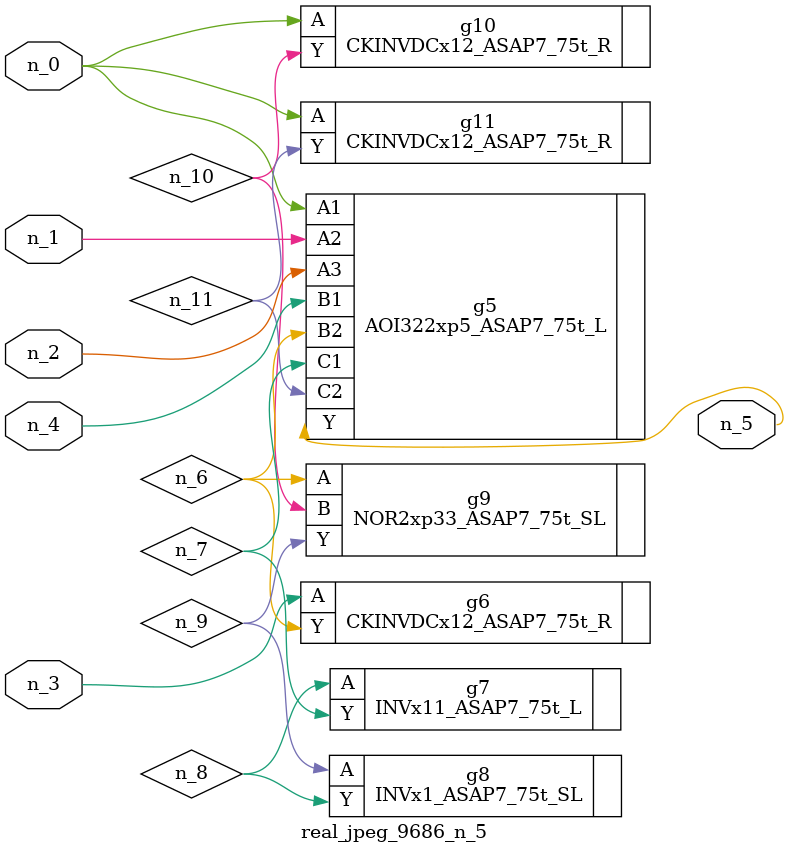
<source format=v>
module real_jpeg_9686_n_5 (n_4, n_0, n_1, n_2, n_3, n_5);

input n_4;
input n_0;
input n_1;
input n_2;
input n_3;

output n_5;

wire n_8;
wire n_11;
wire n_6;
wire n_7;
wire n_10;
wire n_9;

AOI322xp5_ASAP7_75t_L g5 ( 
.A1(n_0),
.A2(n_1),
.A3(n_2),
.B1(n_4),
.B2(n_6),
.C1(n_7),
.C2(n_11),
.Y(n_5)
);

CKINVDCx12_ASAP7_75t_R g10 ( 
.A(n_0),
.Y(n_10)
);

CKINVDCx12_ASAP7_75t_R g11 ( 
.A(n_0),
.Y(n_11)
);

CKINVDCx12_ASAP7_75t_R g6 ( 
.A(n_3),
.Y(n_6)
);

NOR2xp33_ASAP7_75t_SL g9 ( 
.A(n_6),
.B(n_10),
.Y(n_9)
);

INVx11_ASAP7_75t_L g7 ( 
.A(n_8),
.Y(n_7)
);

INVx1_ASAP7_75t_SL g8 ( 
.A(n_9),
.Y(n_8)
);


endmodule
</source>
